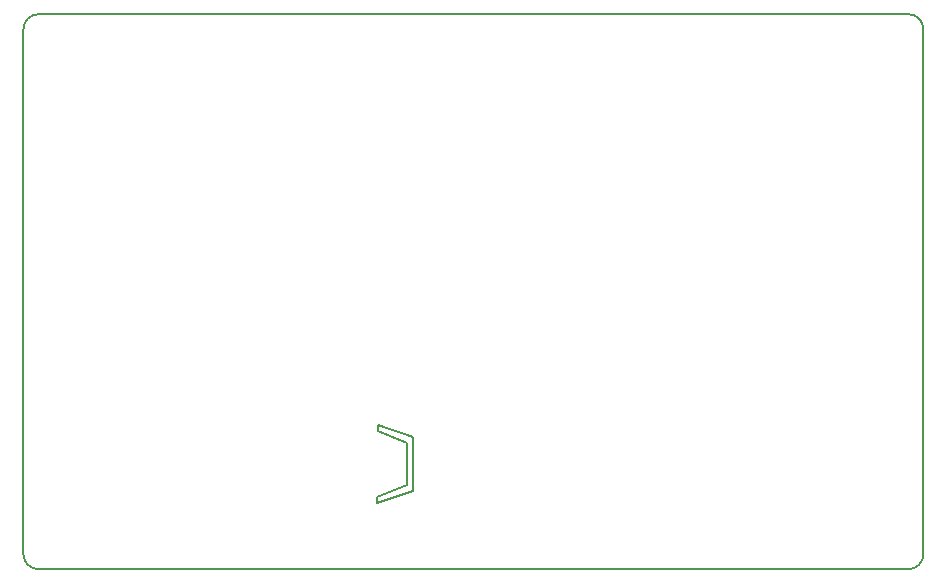
<source format=gbr>
G04 #@! TF.GenerationSoftware,KiCad,Pcbnew,5.99.0-unknown-9aa9857685~131~ubuntu21.04.1*
G04 #@! TF.CreationDate,2021-08-15T16:35:45-05:00*
G04 #@! TF.ProjectId,LED_Pro,4c45445f-5072-46f2-9e6b-696361645f70,rev?*
G04 #@! TF.SameCoordinates,Original*
G04 #@! TF.FileFunction,Profile,NP*
%FSLAX46Y46*%
G04 Gerber Fmt 4.6, Leading zero omitted, Abs format (unit mm)*
G04 Created by KiCad (PCBNEW 5.99.0-unknown-9aa9857685~131~ubuntu21.04.1) date 2021-08-15 16:35:45*
%MOMM*%
%LPD*%
G01*
G04 APERTURE LIST*
G04 #@! TA.AperFunction,Profile*
%ADD10C,0.150000*%
G04 #@! TD*
G04 APERTURE END LIST*
D10*
X82550000Y-110490000D02*
G75*
G02*
X81280000Y-109220000I0J1270000D01*
G01*
X111302800Y-98298000D02*
X111302800Y-98806000D01*
X114300000Y-99314000D02*
X111302800Y-98298000D01*
X114300000Y-103886000D02*
X114300000Y-99314000D01*
X111252000Y-104902000D02*
X114300000Y-103886000D01*
X111252000Y-104394000D02*
X111252000Y-104902000D01*
X113792000Y-103378000D02*
X111252000Y-104394000D01*
X113792000Y-99822000D02*
X113792000Y-103378000D01*
X111302800Y-98806000D02*
X113792000Y-99822000D01*
X81279999Y-64769999D02*
G75*
G02*
X82550000Y-63500000I1270000J-1D01*
G01*
X81280000Y-64770000D02*
X81280000Y-109220000D01*
X82550000Y-110490000D02*
X156210000Y-110490000D01*
X156210000Y-63500000D02*
X82550000Y-63500000D01*
X157480000Y-109220000D02*
G75*
G02*
X156210000Y-110490000I-1270000J0D01*
G01*
X157480000Y-109220000D02*
X157480000Y-64770000D01*
X156210001Y-63499999D02*
G75*
G02*
X157480000Y-64770000I-1J-1270000D01*
G01*
M02*

</source>
